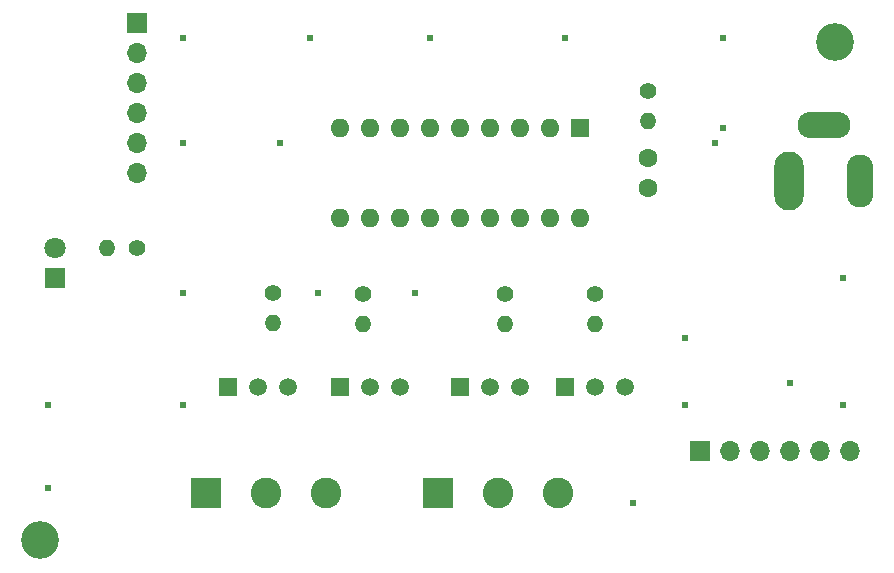
<source format=gts>
G04 #@! TF.GenerationSoftware,KiCad,Pcbnew,(6.0.11-0)*
G04 #@! TF.CreationDate,2023-08-06T14:05:06+09:00*
G04 #@! TF.ProjectId,RadioCtrl-Override,52616469-6f43-4747-926c-2d4f76657272,rev?*
G04 #@! TF.SameCoordinates,PX7bfa480PY7bfa480*
G04 #@! TF.FileFunction,Soldermask,Top*
G04 #@! TF.FilePolarity,Negative*
%FSLAX46Y46*%
G04 Gerber Fmt 4.6, Leading zero omitted, Abs format (unit mm)*
G04 Created by KiCad (PCBNEW (6.0.11-0)) date 2023-08-06 14:05:06*
%MOMM*%
%LPD*%
G01*
G04 APERTURE LIST*
%ADD10C,1.400000*%
%ADD11O,1.400000X1.400000*%
%ADD12R,2.600000X2.600000*%
%ADD13C,2.600000*%
%ADD14O,1.700000X1.700000*%
%ADD15R,1.700000X1.700000*%
%ADD16R,1.600000X1.600000*%
%ADD17O,1.600000X1.600000*%
%ADD18R,1.500000X1.500000*%
%ADD19C,1.500000*%
%ADD20C,1.600000*%
%ADD21C,3.200000*%
%ADD22R,1.800000X1.800000*%
%ADD23C,1.800000*%
%ADD24O,2.500000X5.000000*%
%ADD25O,2.250000X4.500000*%
%ADD26O,4.500000X2.250000*%
%ADD27C,0.605000*%
G04 APERTURE END LIST*
D10*
X55245000Y41860000D03*
D11*
X55245000Y39320000D03*
D12*
X17877500Y7813500D03*
D13*
X22957500Y7813500D03*
X28037500Y7813500D03*
D10*
X12015000Y28575000D03*
D11*
X9475000Y28575000D03*
D10*
X43180000Y24660000D03*
D11*
X43180000Y22120000D03*
D14*
X12020000Y34900000D03*
X12020000Y37440000D03*
X12020000Y39980000D03*
X12020000Y42520000D03*
X12020000Y45060000D03*
D15*
X12020000Y47600000D03*
D10*
X31115000Y24715000D03*
D11*
X31115000Y22175000D03*
D10*
X23495000Y24765000D03*
D11*
X23495000Y22225000D03*
D16*
X49520000Y38725000D03*
D17*
X46980000Y38725000D03*
X44440000Y38725000D03*
X41900000Y38725000D03*
X39360000Y38725000D03*
X36820000Y38725000D03*
X34280000Y38725000D03*
X31740000Y38725000D03*
X29200000Y38725000D03*
X29200000Y31105000D03*
X31740000Y31105000D03*
X34280000Y31105000D03*
X36820000Y31105000D03*
X39360000Y31105000D03*
X41900000Y31105000D03*
X44440000Y31105000D03*
X46980000Y31105000D03*
X49520000Y31105000D03*
D15*
X59715000Y11385000D03*
D14*
X62255000Y11385000D03*
X64795000Y11385000D03*
X67335000Y11385000D03*
X69875000Y11385000D03*
X72415000Y11385000D03*
D18*
X29210000Y16785000D03*
D19*
X31750000Y16785000D03*
X34290000Y16785000D03*
D20*
X55245000Y33675000D03*
X55245000Y36175000D03*
D12*
X37460000Y7813500D03*
D13*
X42540000Y7813500D03*
X47620000Y7813500D03*
D21*
X71120000Y46000000D03*
X3810000Y3810000D03*
D22*
X5080000Y26035000D03*
D23*
X5080000Y28575000D03*
D18*
X48260000Y16785000D03*
D19*
X50800000Y16785000D03*
X53340000Y16785000D03*
D18*
X39370000Y16785000D03*
D19*
X41910000Y16785000D03*
X44450000Y16785000D03*
D10*
X50800000Y24670000D03*
D11*
X50800000Y22130000D03*
D24*
X67212500Y34250000D03*
D25*
X73212500Y34250000D03*
D26*
X70212500Y38950000D03*
D18*
X19685000Y16785000D03*
D19*
X22225000Y16785000D03*
X24765000Y16785000D03*
D27*
X15875000Y46355000D03*
X71755000Y15240000D03*
X58420000Y15240000D03*
X53975000Y6985000D03*
X61595000Y46355000D03*
X71755000Y26035000D03*
X15875000Y24765000D03*
X4445000Y15240000D03*
X26670000Y46355000D03*
X15875000Y37465000D03*
X58420000Y20955000D03*
X48260000Y46355000D03*
X15875000Y15240000D03*
X4445000Y8255000D03*
X36830000Y46355000D03*
X35560000Y24765000D03*
X61595000Y38735000D03*
X27305000Y24765000D03*
X24130000Y37465000D03*
X60960000Y37465000D03*
X67310000Y17145000D03*
M02*

</source>
